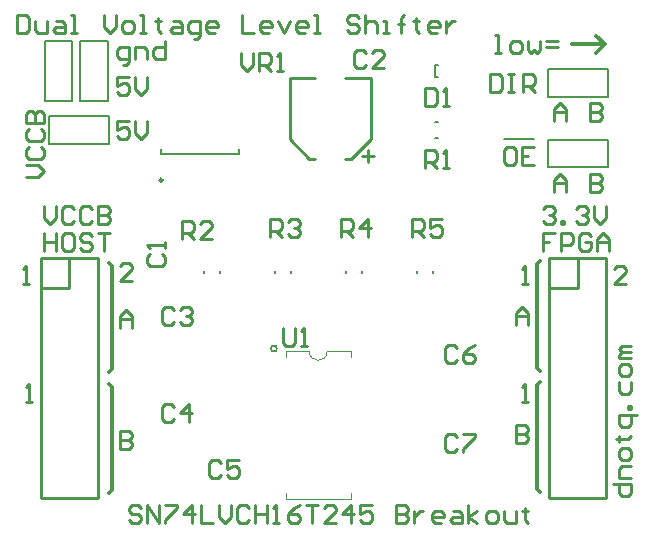
<source format=gbl>
G04 Layer_Color=15132400*
%FSAX24Y24*%
%MOIN*%
G70*
G01*
G75*
%ADD19C,0.0100*%
%ADD27C,0.0039*%
%ADD28C,0.0080*%
%ADD29C,0.0098*%
%ADD30C,0.0079*%
%ADD31C,0.0060*%
%ADD32C,0.0118*%
D19*
X028164Y018961D02*
X030064D01*
Y010961D02*
Y018961D01*
X028164Y010961D02*
X030064D01*
X028164D02*
Y018961D01*
X029114Y017961D02*
Y018961D01*
X028164Y017961D02*
X029114D01*
X021566Y022272D02*
X022216Y022922D01*
Y023622D01*
Y024972D01*
X021366D02*
X022216D01*
X021366Y022272D02*
X021566D01*
X019516Y022922D02*
X020166Y022272D01*
X020366D01*
X019516Y022922D02*
Y023622D01*
Y024972D01*
X020366D01*
X011215Y017961D02*
X012165D01*
Y018961D01*
X011215Y010961D02*
Y018961D01*
Y010961D02*
X013115D01*
Y018961D01*
X011215D02*
X013115D01*
X017913Y025797D02*
Y025397D01*
X018113Y025197D01*
X018313Y025397D01*
Y025797D01*
X018513Y025197D02*
Y025797D01*
X018813D01*
X018913Y025697D01*
Y025497D01*
X018813Y025397D01*
X018513D01*
X018713D02*
X018913Y025197D01*
X019113D02*
X019313D01*
X019213D01*
Y025797D01*
X019113Y025697D01*
X019291Y016643D02*
Y016143D01*
X019391Y016043D01*
X019591D01*
X019691Y016143D01*
Y016643D01*
X019891Y016043D02*
X020091D01*
X019991D01*
Y016643D01*
X019891Y016543D01*
X015945Y019587D02*
Y020186D01*
X016245D01*
X016345Y020086D01*
Y019887D01*
X016245Y019787D01*
X015945D01*
X016145D02*
X016345Y019587D01*
X016945D02*
X016545D01*
X016945Y019986D01*
Y020086D01*
X016845Y020186D01*
X016645D01*
X016545Y020086D01*
X018874Y019656D02*
Y020256D01*
X019174D01*
X019274Y020156D01*
Y019956D01*
X019174Y019856D01*
X018874D01*
X019074D02*
X019274Y019656D01*
X019474Y020156D02*
X019574Y020256D01*
X019774D01*
X019874Y020156D01*
Y020056D01*
X019774Y019956D01*
X019674D01*
X019774D01*
X019874Y019856D01*
Y019756D01*
X019774Y019656D01*
X019574D01*
X019474Y019756D01*
X021231Y019656D02*
Y020256D01*
X021531D01*
X021631Y020156D01*
Y019956D01*
X021531Y019856D01*
X021231D01*
X021431D02*
X021631Y019656D01*
X022131D02*
Y020256D01*
X021831Y019956D01*
X022231D01*
X023590Y019660D02*
Y020260D01*
X023890D01*
X023990Y020160D01*
Y019960D01*
X023890Y019860D01*
X023590D01*
X023790D02*
X023990Y019660D01*
X024590Y020260D02*
X024190D01*
Y019960D01*
X024390Y020060D01*
X024490D01*
X024590Y019960D01*
Y019760D01*
X024490Y019660D01*
X024290D01*
X024190Y019760D01*
X024016Y021949D02*
Y022549D01*
X024316D01*
X024416Y022449D01*
Y022249D01*
X024316Y022149D01*
X024016D01*
X024216D02*
X024416Y021949D01*
X024616D02*
X024815D01*
X024716D01*
Y022549D01*
X024616Y022449D01*
X024016Y024616D02*
Y024016D01*
X024316D01*
X024416Y024116D01*
Y024516D01*
X024316Y024616D01*
X024016D01*
X024616Y024016D02*
X024815D01*
X024716D01*
Y024616D01*
X024616Y024516D01*
X025105Y013000D02*
X025005Y013100D01*
X024805D01*
X024705Y013000D01*
Y012600D01*
X024805Y012500D01*
X025005D01*
X025105Y012600D01*
X025305Y013100D02*
X025704D01*
Y013000D01*
X025305Y012600D01*
Y012500D01*
X025105Y015953D02*
X025005Y016053D01*
X024805D01*
X024705Y015953D01*
Y015553D01*
X024805Y015453D01*
X025005D01*
X025105Y015553D01*
X025704Y016053D02*
X025504Y015953D01*
X025305Y015753D01*
Y015553D01*
X025405Y015453D01*
X025604D01*
X025704Y015553D01*
Y015653D01*
X025604Y015753D01*
X025305D01*
X017231Y012114D02*
X017131Y012214D01*
X016931D01*
X016831Y012114D01*
Y011714D01*
X016931Y011614D01*
X017131D01*
X017231Y011714D01*
X017830Y012214D02*
X017431D01*
Y011914D01*
X017630Y012014D01*
X017730D01*
X017830Y011914D01*
Y011714D01*
X017730Y011614D01*
X017530D01*
X017431Y011714D01*
X015656Y013984D02*
X015556Y014084D01*
X015356D01*
X015256Y013984D01*
Y013584D01*
X015356Y013484D01*
X015556D01*
X015656Y013584D01*
X016156Y013484D02*
Y014084D01*
X015856Y013784D01*
X016256D01*
X015656Y017232D02*
X015556Y017332D01*
X015356D01*
X015256Y017232D01*
Y016832D01*
X015356Y016732D01*
X015556D01*
X015656Y016832D01*
X015856Y017232D02*
X015956Y017332D01*
X016156D01*
X016256Y017232D01*
Y017132D01*
X016156Y017032D01*
X016056D01*
X016156D01*
X016256Y016932D01*
Y016832D01*
X016156Y016732D01*
X015956D01*
X015856Y016832D01*
X022053Y025795D02*
X021953Y025895D01*
X021754D01*
X021654Y025795D01*
Y025395D01*
X021754Y025295D01*
X021953D01*
X022053Y025395D01*
X022653Y025295D02*
X022253D01*
X022653Y025695D01*
Y025795D01*
X022553Y025895D01*
X022353D01*
X022253Y025795D01*
X014854Y019101D02*
X014755Y019001D01*
Y018801D01*
X014854Y018701D01*
X015254D01*
X015354Y018801D01*
Y019001D01*
X015254Y019101D01*
X015354Y019301D02*
Y019501D01*
Y019401D01*
X014755D01*
X014854Y019301D01*
X010719Y021654D02*
X011119D01*
X011319Y021853D01*
X011119Y022053D01*
X010719D01*
X010819Y022653D02*
X010719Y022553D01*
Y022353D01*
X010819Y022253D01*
X011219D01*
X011319Y022353D01*
Y022553D01*
X011219Y022653D01*
X010819Y023253D02*
X010719Y023153D01*
Y022953D01*
X010819Y022853D01*
X011219D01*
X011319Y022953D01*
Y023153D01*
X011219Y023253D01*
X010719Y023453D02*
X011319D01*
Y023753D01*
X011219Y023853D01*
X011119D01*
X011019Y023753D01*
Y023453D01*
Y023753D01*
X010919Y023853D01*
X010819D01*
X010719Y023753D01*
Y023453D01*
X029528Y024123D02*
Y023524D01*
X029827D01*
X029927Y023624D01*
Y023724D01*
X029827Y023824D01*
X029528D01*
X029827D01*
X029927Y023923D01*
Y024023D01*
X029827Y024123D01*
X029528D01*
X028346Y023524D02*
Y023923D01*
X028546Y024123D01*
X028746Y023923D01*
Y023524D01*
Y023824D01*
X028346D01*
X026181Y025108D02*
Y024508D01*
X026481D01*
X026581Y024608D01*
Y025008D01*
X026481Y025108D01*
X026181D01*
X026781D02*
X026981D01*
X026881D01*
Y024508D01*
X026781D01*
X026981D01*
X027281D02*
Y025108D01*
X027581D01*
X027681Y025008D01*
Y024808D01*
X027581Y024708D01*
X027281D01*
X027481D02*
X027681Y024508D01*
X029528Y021761D02*
Y021161D01*
X029827D01*
X029927Y021261D01*
Y021361D01*
X029827Y021461D01*
X029528D01*
X029827D01*
X029927Y021561D01*
Y021661D01*
X029827Y021761D01*
X029528D01*
X010630Y018110D02*
X010830D01*
X010730D01*
Y018710D01*
X010630Y018610D01*
X011319Y020679D02*
Y020279D01*
X011519Y020079D01*
X011719Y020279D01*
Y020679D01*
X012319Y020579D02*
X012219Y020679D01*
X012019D01*
X011919Y020579D01*
Y020179D01*
X012019Y020079D01*
X012219D01*
X012319Y020179D01*
X012918Y020579D02*
X012818Y020679D01*
X012618D01*
X012519Y020579D01*
Y020179D01*
X012618Y020079D01*
X012818D01*
X012918Y020179D01*
X013118Y020679D02*
Y020079D01*
X013418D01*
X013518Y020179D01*
Y020279D01*
X013418Y020379D01*
X013118D01*
X013418D01*
X013518Y020479D01*
Y020579D01*
X013418Y020679D01*
X013118D01*
X013979Y025391D02*
X014079D01*
X014179Y025491D01*
Y025990D01*
X013879D01*
X013780Y025890D01*
Y025691D01*
X013879Y025591D01*
X014179D01*
X014379D02*
Y025990D01*
X014679D01*
X014779Y025890D01*
Y025591D01*
X015379Y026190D02*
Y025591D01*
X015079D01*
X014979Y025691D01*
Y025890D01*
X015079Y025990D01*
X015379D01*
X028346Y021161D02*
Y021561D01*
X028546Y021761D01*
X028746Y021561D01*
Y021161D01*
Y021461D01*
X028346D01*
X027953Y020579D02*
X028053Y020679D01*
X028253D01*
X028353Y020579D01*
Y020479D01*
X028253Y020379D01*
X028153D01*
X028253D01*
X028353Y020279D01*
Y020179D01*
X028253Y020079D01*
X028053D01*
X027953Y020179D01*
X028553Y020079D02*
Y020179D01*
X028653D01*
Y020079D01*
X028553D01*
X029052Y020579D02*
X029152Y020679D01*
X029352D01*
X029452Y020579D01*
Y020479D01*
X029352Y020379D01*
X029252D01*
X029352D01*
X029452Y020279D01*
Y020179D01*
X029352Y020079D01*
X029152D01*
X029052Y020179D01*
X029652Y020679D02*
Y020279D01*
X029852Y020079D01*
X030052Y020279D01*
Y020679D01*
X014179Y025009D02*
X013780D01*
Y024709D01*
X013979Y024809D01*
X014079D01*
X014179Y024709D01*
Y024509D01*
X014079Y024409D01*
X013879D01*
X013780Y024509D01*
X014379Y025009D02*
Y024609D01*
X014579Y024409D01*
X014779Y024609D01*
Y025009D01*
X026973Y022647D02*
X026773D01*
X026673Y022547D01*
Y022147D01*
X026773Y022047D01*
X026973D01*
X027073Y022147D01*
Y022547D01*
X026973Y022647D01*
X027673D02*
X027273D01*
Y022047D01*
X027673D01*
X027273Y022347D02*
X027473D01*
X011319Y019793D02*
Y019193D01*
Y019493D01*
X011719D01*
Y019793D01*
Y019193D01*
X012219Y019793D02*
X012019D01*
X011919Y019693D01*
Y019293D01*
X012019Y019193D01*
X012219D01*
X012319Y019293D01*
Y019693D01*
X012219Y019793D01*
X012918Y019693D02*
X012818Y019793D01*
X012618D01*
X012519Y019693D01*
Y019593D01*
X012618Y019493D01*
X012818D01*
X012918Y019393D01*
Y019293D01*
X012818Y019193D01*
X012618D01*
X012519Y019293D01*
X013118Y019793D02*
X013518D01*
X013318D01*
Y019193D01*
X028353Y019793D02*
X027953D01*
Y019493D01*
X028153D01*
X027953D01*
Y019193D01*
X028553D02*
Y019793D01*
X028852D01*
X028952Y019693D01*
Y019493D01*
X028852Y019393D01*
X028553D01*
X029552Y019693D02*
X029452Y019793D01*
X029252D01*
X029152Y019693D01*
Y019293D01*
X029252Y019193D01*
X029452D01*
X029552Y019293D01*
Y019493D01*
X029352D01*
X029752Y019193D02*
Y019593D01*
X029952Y019793D01*
X030152Y019593D01*
Y019193D01*
Y019493D01*
X029752D01*
X014278Y018209D02*
X013878D01*
X014278Y018609D01*
Y018708D01*
X014178Y018808D01*
X013978D01*
X013878Y018708D01*
X027264Y018110D02*
X027464D01*
X027364D01*
Y018710D01*
X027264Y018610D01*
X030715Y018110D02*
X030315D01*
X030715Y018510D01*
Y018610D01*
X030615Y018710D01*
X030415D01*
X030315Y018610D01*
X022316Y022372D02*
X021916D01*
X022116Y022172D02*
Y022572D01*
X030306Y011423D02*
X030906D01*
Y011124D01*
X030806Y011024D01*
X030606D01*
X030506Y011124D01*
Y011423D01*
X030906Y011623D02*
X030506D01*
Y011923D01*
X030606Y012023D01*
X030906D01*
Y012323D02*
Y012523D01*
X030806Y012623D01*
X030606D01*
X030506Y012523D01*
Y012323D01*
X030606Y012223D01*
X030806D01*
X030906Y012323D01*
X030406Y012923D02*
X030506D01*
Y012823D01*
Y013023D01*
Y012923D01*
X030806D01*
X030906Y013023D01*
X031105Y013723D02*
X030506D01*
Y013423D01*
X030606Y013323D01*
X030806D01*
X030906Y013423D01*
Y013723D01*
Y013923D02*
X030806D01*
Y014023D01*
X030906D01*
Y013923D01*
X030506Y014822D02*
Y014522D01*
X030606Y014423D01*
X030806D01*
X030906Y014522D01*
Y014822D01*
Y015122D02*
Y015322D01*
X030806Y015422D01*
X030606D01*
X030506Y015322D01*
Y015122D01*
X030606Y015022D01*
X030806D01*
X030906Y015122D01*
Y015622D02*
X030506D01*
Y015722D01*
X030606Y015822D01*
X030906D01*
X030606D01*
X030506Y015922D01*
X030606Y016022D01*
X030906D01*
X010433Y027076D02*
Y026476D01*
X010733D01*
X010833Y026576D01*
Y026976D01*
X010733Y027076D01*
X010433D01*
X011033Y026876D02*
Y026576D01*
X011133Y026476D01*
X011433D01*
Y026876D01*
X011733D02*
X011933D01*
X012033Y026776D01*
Y026476D01*
X011733D01*
X011633Y026576D01*
X011733Y026676D01*
X012033D01*
X012232Y026476D02*
X012432D01*
X012332D01*
Y027076D01*
X012232D01*
X013332D02*
Y026676D01*
X013532Y026476D01*
X013732Y026676D01*
Y027076D01*
X014032Y026476D02*
X014232D01*
X014332Y026576D01*
Y026776D01*
X014232Y026876D01*
X014032D01*
X013932Y026776D01*
Y026576D01*
X014032Y026476D01*
X014532D02*
X014732D01*
X014632D01*
Y027076D01*
X014532D01*
X015132Y026976D02*
Y026876D01*
X015032D01*
X015232D01*
X015132D01*
Y026576D01*
X015232Y026476D01*
X015631Y026876D02*
X015831D01*
X015931Y026776D01*
Y026476D01*
X015631D01*
X015531Y026576D01*
X015631Y026676D01*
X015931D01*
X016331Y026276D02*
X016431D01*
X016531Y026376D01*
Y026876D01*
X016231D01*
X016131Y026776D01*
Y026576D01*
X016231Y026476D01*
X016531D01*
X017031D02*
X016831D01*
X016731Y026576D01*
Y026776D01*
X016831Y026876D01*
X017031D01*
X017131Y026776D01*
Y026676D01*
X016731D01*
X017931Y027076D02*
Y026476D01*
X018331D01*
X018830D02*
X018630D01*
X018530Y026576D01*
Y026776D01*
X018630Y026876D01*
X018830D01*
X018930Y026776D01*
Y026676D01*
X018530D01*
X019130Y026876D02*
X019330Y026476D01*
X019530Y026876D01*
X020030Y026476D02*
X019830D01*
X019730Y026576D01*
Y026776D01*
X019830Y026876D01*
X020030D01*
X020130Y026776D01*
Y026676D01*
X019730D01*
X020330Y026476D02*
X020530D01*
X020430D01*
Y027076D01*
X020330D01*
X021829Y026976D02*
X021729Y027076D01*
X021529D01*
X021430Y026976D01*
Y026876D01*
X021529Y026776D01*
X021729D01*
X021829Y026676D01*
Y026576D01*
X021729Y026476D01*
X021529D01*
X021430Y026576D01*
X022029Y027076D02*
Y026476D01*
Y026776D01*
X022129Y026876D01*
X022329D01*
X022429Y026776D01*
Y026476D01*
X022629D02*
X022829D01*
X022729D01*
Y026876D01*
X022629D01*
X023229Y026476D02*
Y026976D01*
Y026776D01*
X023129D01*
X023329D01*
X023229D01*
Y026976D01*
X023329Y027076D01*
X023729Y026976D02*
Y026876D01*
X023629D01*
X023829D01*
X023729D01*
Y026576D01*
X023829Y026476D01*
X024429D02*
X024229D01*
X024129Y026576D01*
Y026776D01*
X024229Y026876D01*
X024429D01*
X024529Y026776D01*
Y026676D01*
X024129D01*
X024728Y026876D02*
Y026476D01*
Y026676D01*
X024828Y026776D01*
X024928Y026876D01*
X025028D01*
X014573Y010638D02*
X014473Y010738D01*
X014273D01*
X014173Y010638D01*
Y010538D01*
X014273Y010438D01*
X014473D01*
X014573Y010338D01*
Y010238D01*
X014473Y010138D01*
X014273D01*
X014173Y010238D01*
X014773Y010138D02*
Y010738D01*
X015173Y010138D01*
Y010738D01*
X015373D02*
X015773D01*
Y010638D01*
X015373Y010238D01*
Y010138D01*
X016273D02*
Y010738D01*
X015973Y010438D01*
X016373D01*
X016572Y010738D02*
Y010138D01*
X016972D01*
X017172Y010738D02*
Y010338D01*
X017372Y010138D01*
X017572Y010338D01*
Y010738D01*
X018172Y010638D02*
X018072Y010738D01*
X017872D01*
X017772Y010638D01*
Y010238D01*
X017872Y010138D01*
X018072D01*
X018172Y010238D01*
X018372Y010738D02*
Y010138D01*
Y010438D01*
X018772D01*
Y010738D01*
Y010138D01*
X018972D02*
X019172D01*
X019072D01*
Y010738D01*
X018972Y010638D01*
X019871Y010738D02*
X019671Y010638D01*
X019472Y010438D01*
Y010238D01*
X019571Y010138D01*
X019771D01*
X019871Y010238D01*
Y010338D01*
X019771Y010438D01*
X019472D01*
X020071Y010738D02*
X020471D01*
X020271D01*
Y010138D01*
X021071D02*
X020671D01*
X021071Y010538D01*
Y010638D01*
X020971Y010738D01*
X020771D01*
X020671Y010638D01*
X021571Y010138D02*
Y010738D01*
X021271Y010438D01*
X021671D01*
X022271Y010738D02*
X021871D01*
Y010438D01*
X022071Y010538D01*
X022171D01*
X022271Y010438D01*
Y010238D01*
X022171Y010138D01*
X021971D01*
X021871Y010238D01*
X023070Y010738D02*
Y010138D01*
X023370D01*
X023470Y010238D01*
Y010338D01*
X023370Y010438D01*
X023070D01*
X023370D01*
X023470Y010538D01*
Y010638D01*
X023370Y010738D01*
X023070D01*
X023670Y010538D02*
Y010138D01*
Y010338D01*
X023770Y010438D01*
X023870Y010538D01*
X023970D01*
X024570Y010138D02*
X024370D01*
X024270Y010238D01*
Y010438D01*
X024370Y010538D01*
X024570D01*
X024670Y010438D01*
Y010338D01*
X024270D01*
X024970Y010538D02*
X025170D01*
X025270Y010438D01*
Y010138D01*
X024970D01*
X024870Y010238D01*
X024970Y010338D01*
X025270D01*
X025470Y010138D02*
Y010738D01*
Y010338D02*
X025769Y010538D01*
X025470Y010338D02*
X025769Y010138D01*
X026169D02*
X026369D01*
X026469Y010238D01*
Y010438D01*
X026369Y010538D01*
X026169D01*
X026069Y010438D01*
Y010238D01*
X026169Y010138D01*
X026669Y010538D02*
Y010238D01*
X026769Y010138D01*
X027069D01*
Y010538D01*
X027369Y010638D02*
Y010538D01*
X027269D01*
X027469D01*
X027369D01*
Y010238D01*
X027469Y010138D01*
X013878Y016634D02*
Y017034D01*
X014078Y017234D01*
X014278Y017034D01*
Y016634D01*
Y016934D01*
X013878D01*
Y013198D02*
Y012598D01*
X014178D01*
X014278Y012698D01*
Y012798D01*
X014178Y012898D01*
X013878D01*
X014178D01*
X014278Y012998D01*
Y013098D01*
X014178Y013198D01*
X013878D01*
X027067Y016732D02*
Y017132D01*
X027267Y017332D01*
X027467Y017132D01*
Y016732D01*
Y017032D01*
X027067D01*
Y013395D02*
Y012795D01*
X027367D01*
X027467Y012895D01*
Y012995D01*
X027367Y013095D01*
X027067D01*
X027367D01*
X027467Y013195D01*
Y013295D01*
X027367Y013395D01*
X027067D01*
X010728Y014173D02*
X010928D01*
X010828D01*
Y014773D01*
X010728Y014673D01*
X027264Y014173D02*
X027464D01*
X027364D01*
Y014773D01*
X027264Y014673D01*
X026378Y025787D02*
X026578D01*
X026478D01*
Y026387D01*
X026378D01*
X026978Y025787D02*
X027178D01*
X027278Y025887D01*
Y026087D01*
X027178Y026187D01*
X026978D01*
X026878Y026087D01*
Y025887D01*
X026978Y025787D01*
X027478Y026187D02*
Y025887D01*
X027578Y025787D01*
X027678Y025887D01*
X027778Y025787D01*
X027877Y025887D01*
Y026187D01*
X028077Y025987D02*
X028477D01*
X028077Y026187D02*
X028477D01*
X014179Y023533D02*
X013780D01*
Y023233D01*
X013979Y023333D01*
X014079D01*
X014179Y023233D01*
Y023033D01*
X014079Y022933D01*
X013879D01*
X013780Y023033D01*
X014379Y023533D02*
Y023133D01*
X014579Y022933D01*
X014779Y023133D01*
Y023533D01*
D27*
X020177Y015846D02*
G03*
X020768Y015846I000295J000000D01*
G01*
X021555D01*
X019390D02*
X020177D01*
X019390Y010925D02*
X021555D01*
X019390Y015650D02*
Y015846D01*
X021555Y015650D02*
Y015846D01*
X019390Y010925D02*
Y011122D01*
X021555Y010925D02*
Y011122D01*
D28*
X019094Y015945D02*
G03*
X019094Y015945I-000098J000000D01*
G01*
D29*
X015283Y021555D02*
G03*
X015283Y021555I-000049J000000D01*
G01*
D30*
X026673Y022933D02*
X027657D01*
X023750Y018465D02*
Y018543D01*
X024281Y018465D02*
Y018543D01*
X021388Y018465D02*
Y018543D01*
X021919Y018465D02*
Y018543D01*
X019026Y018465D02*
Y018543D01*
X019557Y018465D02*
Y018543D01*
X016663Y018465D02*
Y018543D01*
X017195Y018465D02*
Y018543D01*
X024370Y022963D02*
X024449D01*
X024370Y023494D02*
X024449D01*
X015236Y022441D02*
Y022598D01*
X017835Y022441D02*
Y022598D01*
X015236Y022441D02*
X017835D01*
X024350Y025000D02*
Y025394D01*
Y025000D02*
X024469D01*
X024350Y025394D02*
X024469D01*
D31*
X028134Y022901D02*
X030134D01*
Y021981D02*
Y022901D01*
X028134Y021981D02*
X030134D01*
X028134D02*
Y022901D01*
Y025263D02*
X030134D01*
Y024343D02*
Y025263D01*
X028134Y024343D02*
X030134D01*
X028134D02*
Y025263D01*
X012532Y024197D02*
Y026197D01*
X013452D01*
Y024197D02*
Y026197D01*
X012532Y024197D02*
X013452D01*
X011351D02*
Y026197D01*
X012271D01*
Y024197D02*
Y026197D01*
X011351Y024197D02*
X012271D01*
X013500Y022768D02*
Y023688D01*
X011500D02*
X013500D01*
X011500Y022768D02*
Y023688D01*
Y022768D02*
X013500D01*
D32*
X013484Y011122D02*
X013583Y011220D01*
Y014665D01*
X013484Y014764D02*
X013583Y014665D01*
X013484Y018799D02*
X013583Y018701D01*
Y015256D02*
Y018701D01*
X013484Y015157D02*
X013583Y015256D01*
X027756Y011270D02*
X027854Y011171D01*
X027756Y011270D02*
Y014715D01*
X027854Y014813D01*
X027756Y015305D02*
X027854Y015207D01*
X027756Y015305D02*
Y018750D01*
X027854Y018848D01*
X029724Y025787D02*
Y025787D01*
X030020Y026083D01*
X029724Y026378D02*
X030020Y026083D01*
X028937D02*
X029921D01*
M02*

</source>
